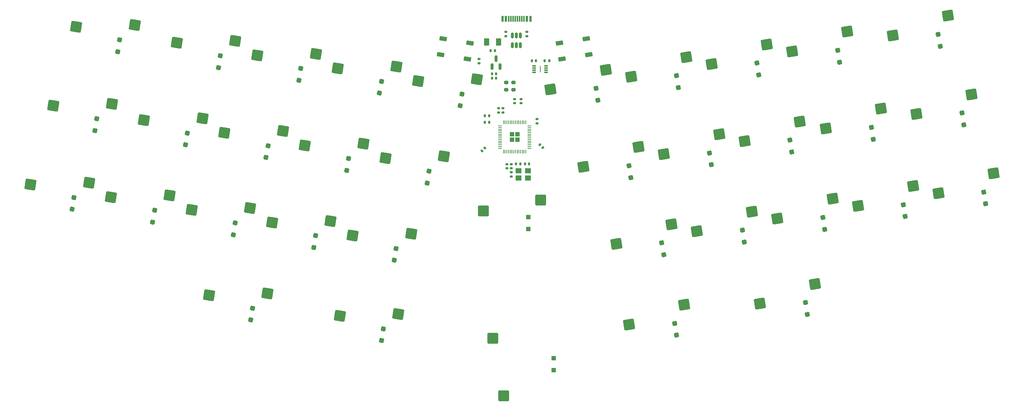
<source format=gbr>
%TF.GenerationSoftware,KiCad,Pcbnew,(7.0.0)*%
%TF.CreationDate,2024-04-21T17:59:31+02:00*%
%TF.ProjectId,clops,636c6f70-732e-46b6-9963-61645f706362,rev?*%
%TF.SameCoordinates,Original*%
%TF.FileFunction,Paste,Bot*%
%TF.FilePolarity,Positive*%
%FSLAX46Y46*%
G04 Gerber Fmt 4.6, Leading zero omitted, Abs format (unit mm)*
G04 Created by KiCad (PCBNEW (7.0.0)) date 2024-04-21 17:59:31*
%MOMM*%
%LPD*%
G01*
G04 APERTURE LIST*
G04 Aperture macros list*
%AMRoundRect*
0 Rectangle with rounded corners*
0 $1 Rounding radius*
0 $2 $3 $4 $5 $6 $7 $8 $9 X,Y pos of 4 corners*
0 Add a 4 corners polygon primitive as box body*
4,1,4,$2,$3,$4,$5,$6,$7,$8,$9,$2,$3,0*
0 Add four circle primitives for the rounded corners*
1,1,$1+$1,$2,$3*
1,1,$1+$1,$4,$5*
1,1,$1+$1,$6,$7*
1,1,$1+$1,$8,$9*
0 Add four rect primitives between the rounded corners*
20,1,$1+$1,$2,$3,$4,$5,0*
20,1,$1+$1,$4,$5,$6,$7,0*
20,1,$1+$1,$6,$7,$8,$9,0*
20,1,$1+$1,$8,$9,$2,$3,0*%
%AMRotRect*
0 Rectangle, with rotation*
0 The origin of the aperture is its center*
0 $1 length*
0 $2 width*
0 $3 Rotation angle, in degrees counterclockwise*
0 Add horizontal line*
21,1,$1,$2,0,0,$3*%
G04 Aperture macros list end*
%ADD10RoundRect,0.250000X-0.300000X0.300000X-0.300000X-0.300000X0.300000X-0.300000X0.300000X0.300000X0*%
%ADD11RoundRect,0.250000X0.300000X-0.300000X0.300000X0.300000X-0.300000X0.300000X-0.300000X-0.300000X0*%
%ADD12RoundRect,0.250000X0.855946X1.148034X-1.168815X0.827343X-0.855946X-1.148034X1.168815X-0.827343X0*%
%ADD13RoundRect,0.250000X0.249376X-0.343237X0.343237X0.249376X-0.249376X0.343237X-0.343237X-0.249376X0*%
%ADD14RoundRect,0.250000X0.343237X-0.249376X0.249376X0.343237X-0.343237X0.249376X-0.249376X-0.343237X0*%
%ADD15RoundRect,0.140000X0.170000X-0.140000X0.170000X0.140000X-0.170000X0.140000X-0.170000X-0.140000X0*%
%ADD16RoundRect,0.150000X0.150000X-0.587500X0.150000X0.587500X-0.150000X0.587500X-0.150000X-0.587500X0*%
%ADD17RoundRect,0.200000X-0.275000X0.200000X-0.275000X-0.200000X0.275000X-0.200000X0.275000X0.200000X0*%
%ADD18RoundRect,0.135000X-0.185000X0.135000X-0.185000X-0.135000X0.185000X-0.135000X0.185000X0.135000X0*%
%ADD19RoundRect,0.250000X0.375000X0.625000X-0.375000X0.625000X-0.375000X-0.625000X0.375000X-0.625000X0*%
%ADD20RoundRect,0.250000X1.168815X0.827343X-0.855946X1.148034X-1.168815X-0.827343X0.855946X-1.148034X0*%
%ADD21RoundRect,0.135000X0.135000X0.185000X-0.135000X0.185000X-0.135000X-0.185000X0.135000X-0.185000X0*%
%ADD22R,0.900000X0.300000*%
%ADD23R,0.250000X1.650000*%
%ADD24RoundRect,0.140000X-0.021213X0.219203X-0.219203X0.021213X0.021213X-0.219203X0.219203X-0.021213X0*%
%ADD25RotRect,1.700000X1.000000X189.000000*%
%ADD26RoundRect,0.140000X0.140000X0.170000X-0.140000X0.170000X-0.140000X-0.170000X0.140000X-0.170000X0*%
%ADD27RoundRect,0.250000X-1.000000X1.025000X-1.000000X-1.025000X1.000000X-1.025000X1.000000X1.025000X0*%
%ADD28RoundRect,0.140000X-0.140000X-0.170000X0.140000X-0.170000X0.140000X0.170000X-0.140000X0.170000X0*%
%ADD29RoundRect,0.140000X-0.170000X0.140000X-0.170000X-0.140000X0.170000X-0.140000X0.170000X0.140000X0*%
%ADD30RoundRect,0.150000X0.150000X-0.512500X0.150000X0.512500X-0.150000X0.512500X-0.150000X-0.512500X0*%
%ADD31RoundRect,0.250000X1.025000X1.000000X-1.025000X1.000000X-1.025000X-1.000000X1.025000X-1.000000X0*%
%ADD32RoundRect,0.250000X0.292217X0.292217X-0.292217X0.292217X-0.292217X-0.292217X0.292217X-0.292217X0*%
%ADD33RoundRect,0.050000X0.387500X0.050000X-0.387500X0.050000X-0.387500X-0.050000X0.387500X-0.050000X0*%
%ADD34RoundRect,0.050000X0.050000X0.387500X-0.050000X0.387500X-0.050000X-0.387500X0.050000X-0.387500X0*%
%ADD35R,1.400000X1.200000*%
%ADD36RoundRect,0.140000X-0.219203X-0.021213X-0.021213X-0.219203X0.219203X0.021213X0.021213X0.219203X0*%
%ADD37R,0.600000X1.450000*%
%ADD38R,0.300000X1.450000*%
%ADD39RotRect,1.700000X1.000000X171.000000*%
%ADD40RoundRect,0.135000X-0.135000X-0.185000X0.135000X-0.185000X0.135000X0.185000X-0.135000X0.185000X0*%
G04 APERTURE END LIST*
D10*
%TO.C,D34*%
X157559375Y-115281250D03*
X157559375Y-118081250D03*
%TD*%
D11*
%TO.C,D33*%
X151606250Y-85016250D03*
X151606250Y-82216250D03*
%TD*%
D12*
%TO.C,MX9*%
X213252178Y-43435342D03*
X226139243Y-38822570D03*
%TD*%
D13*
%TO.C,D15*%
X127975664Y-74251782D03*
X128413680Y-71486254D03*
%TD*%
D12*
%TO.C,MX36*%
X205728877Y-102489298D03*
X218615942Y-97876526D03*
%TD*%
D14*
%TO.C,D10*%
X247835784Y-42222847D03*
X247397768Y-39457319D03*
%TD*%
%TO.C,D28*%
X220868876Y-85068907D03*
X220430860Y-82303379D03*
%TD*%
D15*
%TO.C,C4*%
X145665500Y-57741018D03*
X145665500Y-56781018D03*
%TD*%
D16*
%TO.C,U4*%
X145015625Y-46975000D03*
X143115625Y-46975000D03*
X144065625Y-45100000D03*
%TD*%
D17*
%TO.C,R6*%
X146446875Y-50768750D03*
X146446875Y-52418750D03*
%TD*%
D18*
%TO.C,R1*%
X140096875Y-45243750D03*
X140096875Y-46263750D03*
%TD*%
D12*
%TO.C,MX20*%
X242291671Y-58123399D03*
X255178736Y-53510627D03*
%TD*%
D19*
%TO.C,F1*%
X144671875Y-41275000D03*
X141871875Y-41275000D03*
%TD*%
D20*
%TO.C,MX31*%
X76990201Y-100486389D03*
X90671953Y-100081704D03*
%TD*%
D13*
%TO.C,D23*%
X82660796Y-86362072D03*
X83098812Y-83596544D03*
%TD*%
D21*
%TO.C,R9*%
X156481875Y-45643750D03*
X155461875Y-45643750D03*
%TD*%
D22*
%TO.C,IC1*%
X155784374Y-46874999D03*
X155784374Y-47374999D03*
X155784374Y-47874999D03*
X155784374Y-48374999D03*
X152984374Y-48374999D03*
X152984374Y-47874999D03*
X152984374Y-47374999D03*
X152984374Y-46874999D03*
D23*
X154384374Y-47624999D03*
%TD*%
D14*
%TO.C,D29*%
X239684340Y-82088831D03*
X239246324Y-79323303D03*
%TD*%
D18*
%TO.C,R3*%
X146319875Y-38855480D03*
X146319875Y-39875480D03*
%TD*%
D14*
%TO.C,D20*%
X253355948Y-60636000D03*
X252917932Y-57870472D03*
%TD*%
D18*
%TO.C,R4*%
X151272875Y-38855480D03*
X151272875Y-39875480D03*
%TD*%
D13*
%TO.C,D32*%
X117311645Y-111137688D03*
X117749661Y-108372160D03*
%TD*%
D14*
%TO.C,D18*%
X213184934Y-66998464D03*
X212746918Y-64232936D03*
%TD*%
%TO.C,D9*%
X224316455Y-45947943D03*
X223878439Y-43182415D03*
%TD*%
D20*
%TO.C,MX15*%
X118229347Y-68443107D03*
X131911099Y-68038422D03*
%TD*%
%TO.C,MX5*%
X125913289Y-50372663D03*
X139595041Y-49967978D03*
%TD*%
D24*
%TO.C,C11*%
X141464661Y-66081482D03*
X140785839Y-66760304D03*
%TD*%
D13*
%TO.C,D2*%
X79213217Y-47241108D03*
X79651233Y-44475580D03*
%TD*%
D15*
%TO.C,C8*%
X144649500Y-57741018D03*
X144649500Y-56781018D03*
%TD*%
D13*
%TO.C,D1*%
X55693889Y-43516013D03*
X56131905Y-40750485D03*
%TD*%
D25*
%TO.C,SW4*%
X165135867Y-40493123D03*
X158913430Y-41478660D03*
X165730318Y-44246338D03*
X159507881Y-45231875D03*
%TD*%
D12*
%TO.C,MX29*%
X228620063Y-79576230D03*
X241507128Y-74963458D03*
%TD*%
D13*
%TO.C,D11*%
X50361879Y-61958966D03*
X50799895Y-59193438D03*
%TD*%
%TO.C,D24*%
X101476258Y-89342149D03*
X101914274Y-86576621D03*
%TD*%
D26*
%TO.C,C17*%
X144069875Y-49723375D03*
X143109875Y-49723375D03*
%TD*%
D13*
%TO.C,D13*%
X90344738Y-68291629D03*
X90782754Y-65526101D03*
%TD*%
D15*
%TO.C,C13*%
X148431250Y-55547250D03*
X148431250Y-54587250D03*
%TD*%
D27*
%TO.C,MX34*%
X145891250Y-124041250D03*
X143351250Y-110591250D03*
%TD*%
D13*
%TO.C,D4*%
X116844143Y-53201261D03*
X117282159Y-50435733D03*
%TD*%
D28*
%TO.C,C16*%
X142823625Y-43243500D03*
X143783625Y-43243500D03*
%TD*%
D29*
%TO.C,C10*%
X147597984Y-69849030D03*
X147597984Y-70809030D03*
%TD*%
D13*
%TO.C,D12*%
X71529275Y-65311552D03*
X71967291Y-62546024D03*
%TD*%
D14*
%TO.C,D7*%
X186685529Y-51908096D03*
X186247513Y-49142568D03*
%TD*%
D15*
%TO.C,C15*%
X153666500Y-60281018D03*
X153666500Y-59321018D03*
%TD*%
D14*
%TO.C,D16*%
X175554009Y-72958617D03*
X175115993Y-70193089D03*
%TD*%
D30*
%TO.C,U2*%
X149778125Y-42011105D03*
X148828125Y-42011105D03*
X147878125Y-42011105D03*
X147878125Y-39736105D03*
X148828125Y-39736105D03*
X149778125Y-39736105D03*
%TD*%
D12*
%TO.C,MX26*%
X172173674Y-88516460D03*
X185060739Y-83903688D03*
%TD*%
D29*
%TO.C,C6*%
X146604234Y-69849030D03*
X146604234Y-70809030D03*
%TD*%
D14*
%TO.C,D6*%
X167870067Y-54888173D03*
X167432051Y-52122645D03*
%TD*%
D20*
%TO.C,MX21*%
X35283553Y-74593245D03*
X48965305Y-74188560D03*
%TD*%
%TO.C,MX25*%
X110545404Y-86513551D03*
X124227156Y-86108866D03*
%TD*%
%TO.C,MX3*%
X88282363Y-44412510D03*
X101964115Y-44007825D03*
%TD*%
D12*
%TO.C,MX10*%
X236771507Y-39710247D03*
X249658572Y-35097475D03*
%TD*%
%TO.C,MX35*%
X175153751Y-107331923D03*
X188040816Y-102719151D03*
%TD*%
D14*
%TO.C,D27*%
X202053414Y-88048984D03*
X201615398Y-85283456D03*
%TD*%
D13*
%TO.C,D21*%
X45029870Y-80401919D03*
X45467886Y-77636391D03*
%TD*%
D20*
%TO.C,MX23*%
X72914478Y-80553398D03*
X86596230Y-80148713D03*
%TD*%
%TO.C,MX14*%
X99413884Y-65463031D03*
X113095636Y-65058346D03*
%TD*%
D31*
%TO.C,MX33*%
X141071250Y-80803750D03*
X154521250Y-78263750D03*
%TD*%
D13*
%TO.C,D22*%
X63845333Y-83381996D03*
X64283349Y-80616468D03*
%TD*%
D20*
%TO.C,MX2*%
X69466900Y-41432434D03*
X83148652Y-41027749D03*
%TD*%
D12*
%TO.C,MX6*%
X156805790Y-52375572D03*
X169692855Y-47762800D03*
%TD*%
D15*
%TO.C,C5*%
X149955250Y-55547250D03*
X149955250Y-54587250D03*
%TD*%
D14*
%TO.C,D17*%
X194369472Y-69978540D03*
X193931456Y-67213012D03*
%TD*%
%TO.C,D19*%
X232188552Y-63988586D03*
X231750536Y-61223058D03*
%TD*%
%TO.C,D26*%
X183237951Y-91029060D03*
X182799935Y-88263532D03*
%TD*%
D26*
%TO.C,C2*%
X151775625Y-69818250D03*
X150815625Y-69818250D03*
%TD*%
%TO.C,C9*%
X142434250Y-60039250D03*
X141474250Y-60039250D03*
%TD*%
D13*
%TO.C,D25*%
X120291721Y-92322225D03*
X120729737Y-89556697D03*
%TD*%
D28*
%TO.C,C7*%
X143109875Y-48707375D03*
X144069875Y-48707375D03*
%TD*%
D15*
%TO.C,C3*%
X147632750Y-72727018D03*
X147632750Y-71767018D03*
%TD*%
D13*
%TO.C,D3*%
X98028680Y-50221185D03*
X98466696Y-47455657D03*
%TD*%
D17*
%TO.C,R5*%
X148097875Y-50768750D03*
X148097875Y-52418750D03*
%TD*%
D12*
%TO.C,MX19*%
X221124275Y-61475985D03*
X234011340Y-56863213D03*
%TD*%
D13*
%TO.C,D5*%
X135659606Y-56181338D03*
X136097622Y-53415810D03*
%TD*%
D14*
%TO.C,D35*%
X186218028Y-109844523D03*
X185780012Y-107078995D03*
%TD*%
D20*
%TO.C,MX24*%
X91729941Y-83533474D03*
X105411693Y-83128789D03*
%TD*%
D12*
%TO.C,MX18*%
X202120657Y-64485863D03*
X215007722Y-59873091D03*
%TD*%
%TO.C,MX30*%
X247435526Y-76596153D03*
X260322591Y-71983381D03*
%TD*%
D32*
%TO.C,U3*%
X149068750Y-64137500D03*
X149068750Y-62862500D03*
X147793750Y-64137500D03*
X147793750Y-62862500D03*
D33*
X151868750Y-60900000D03*
X151868750Y-61300000D03*
X151868750Y-61700000D03*
X151868750Y-62100000D03*
X151868750Y-62500000D03*
X151868750Y-62900000D03*
X151868750Y-63300000D03*
X151868750Y-63700000D03*
X151868750Y-64100000D03*
X151868750Y-64500000D03*
X151868750Y-64900000D03*
X151868750Y-65300000D03*
X151868750Y-65700000D03*
X151868750Y-66100000D03*
D34*
X151031250Y-66937500D03*
X150631250Y-66937500D03*
X150231250Y-66937500D03*
X149831250Y-66937500D03*
X149431250Y-66937500D03*
X149031250Y-66937500D03*
X148631250Y-66937500D03*
X148231250Y-66937500D03*
X147831250Y-66937500D03*
X147431250Y-66937500D03*
X147031250Y-66937500D03*
X146631250Y-66937500D03*
X146231250Y-66937500D03*
X145831250Y-66937500D03*
D33*
X144993750Y-66100000D03*
X144993750Y-65700000D03*
X144993750Y-65300000D03*
X144993750Y-64900000D03*
X144993750Y-64500000D03*
X144993750Y-64100000D03*
X144993750Y-63700000D03*
X144993750Y-63300000D03*
X144993750Y-62900000D03*
X144993750Y-62500000D03*
X144993750Y-62100000D03*
X144993750Y-61700000D03*
X144993750Y-61300000D03*
X144993750Y-60900000D03*
D34*
X145831250Y-60062500D03*
X146231250Y-60062500D03*
X146631250Y-60062500D03*
X147031250Y-60062500D03*
X147431250Y-60062500D03*
X147831250Y-60062500D03*
X148231250Y-60062500D03*
X148631250Y-60062500D03*
X149031250Y-60062500D03*
X149431250Y-60062500D03*
X149831250Y-60062500D03*
X150231250Y-60062500D03*
X150631250Y-60062500D03*
X151031250Y-60062500D03*
%TD*%
D12*
%TO.C,MX16*%
X164489732Y-70446016D03*
X177376797Y-65833244D03*
%TD*%
D14*
%TO.C,D8*%
X205500991Y-48928020D03*
X205062975Y-46162492D03*
%TD*%
D12*
%TO.C,MX8*%
X194436715Y-46415419D03*
X207323780Y-41802647D03*
%TD*%
D13*
%TO.C,D31*%
X86736518Y-106295064D03*
X87174534Y-103529536D03*
%TD*%
D20*
%TO.C,MX32*%
X107565328Y-105329014D03*
X121247080Y-104924329D03*
%TD*%
D26*
%TO.C,C18*%
X153376875Y-45643750D03*
X152416875Y-45643750D03*
%TD*%
D35*
%TO.C,Y1*%
X149315624Y-71381249D03*
X151515624Y-71381249D03*
X151515624Y-73081249D03*
X149315624Y-73081249D03*
%TD*%
D20*
%TO.C,MX4*%
X107097826Y-47392587D03*
X120779578Y-46987902D03*
%TD*%
D12*
%TO.C,MX17*%
X183305195Y-67465939D03*
X196192260Y-62853167D03*
%TD*%
%TO.C,MX27*%
X190989137Y-85536383D03*
X203876202Y-80923611D03*
%TD*%
D36*
%TO.C,C12*%
X154343089Y-65303607D03*
X155021911Y-65982429D03*
%TD*%
D12*
%TO.C,MX7*%
X175621253Y-49395496D03*
X188508318Y-44782724D03*
%TD*%
D37*
%TO.C,J1*%
X145578124Y-35794999D03*
X146378124Y-35794999D03*
D38*
X147578124Y-35794999D03*
X148578124Y-35794999D03*
X149078124Y-35794999D03*
X150078124Y-35794999D03*
D37*
X151278124Y-35794999D03*
X152078124Y-35794999D03*
X152078124Y-35794999D03*
X151278124Y-35794999D03*
D38*
X150578124Y-35794999D03*
X149578124Y-35794999D03*
X148078124Y-35794999D03*
X147078124Y-35794999D03*
D37*
X146378124Y-35794999D03*
X145578124Y-35794999D03*
%TD*%
D39*
%TO.C,SWR1*%
X137949068Y-41478660D03*
X131726631Y-40493123D03*
X137354617Y-45231875D03*
X131132180Y-44246338D03*
%TD*%
D20*
%TO.C,MX13*%
X80598421Y-62482954D03*
X94280173Y-62078269D03*
%TD*%
D14*
%TO.C,D30*%
X258499803Y-79108754D03*
X258061787Y-76343226D03*
%TD*%
D20*
%TO.C,MX12*%
X61782958Y-59502877D03*
X75464710Y-59098192D03*
%TD*%
%TO.C,MX11*%
X40615562Y-56150291D03*
X54297314Y-55745606D03*
%TD*%
D12*
%TO.C,MX28*%
X209804599Y-82556307D03*
X222691664Y-77943535D03*
%TD*%
D20*
%TO.C,MX22*%
X54099016Y-77573321D03*
X67780768Y-77168636D03*
%TD*%
D40*
%TO.C,R7*%
X148710250Y-69818250D03*
X149730250Y-69818250D03*
%TD*%
D14*
%TO.C,D36*%
X216793154Y-105001899D03*
X216355138Y-102236371D03*
%TD*%
D13*
%TO.C,D14*%
X109160201Y-71271705D03*
X109598217Y-68506177D03*
%TD*%
D20*
%TO.C,MX1*%
X45947572Y-37707338D03*
X59629324Y-37302653D03*
%TD*%
D26*
%TO.C,C14*%
X142434250Y-58515250D03*
X141474250Y-58515250D03*
%TD*%
M02*

</source>
